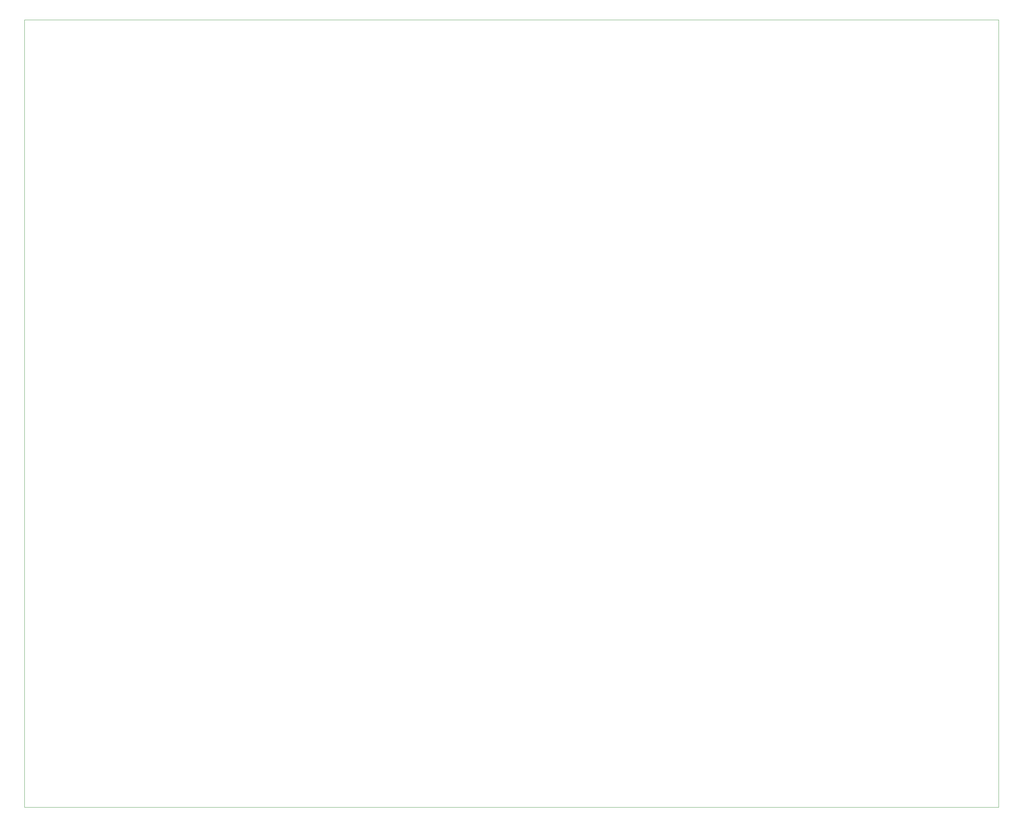
<source format=gm1>
G04 #@! TF.GenerationSoftware,KiCad,Pcbnew,8.0.7*
G04 #@! TF.CreationDate,2025-01-05T11:59:37+01:00*
G04 #@! TF.ProjectId,CPU_X-3,4350555f-582d-4332-9e6b-696361645f70,2*
G04 #@! TF.SameCoordinates,Original*
G04 #@! TF.FileFunction,Profile,NP*
%FSLAX46Y46*%
G04 Gerber Fmt 4.6, Leading zero omitted, Abs format (unit mm)*
G04 Created by KiCad (PCBNEW 8.0.7) date 2025-01-05 11:59:37*
%MOMM*%
%LPD*%
G01*
G04 APERTURE LIST*
G04 #@! TA.AperFunction,Profile*
%ADD10C,0.100000*%
G04 #@! TD*
G04 APERTURE END LIST*
D10*
X25400000Y-25400000D02*
X275386800Y-25400000D01*
X275386800Y-227380800D01*
X25400000Y-227380800D01*
X25400000Y-25400000D01*
M02*

</source>
